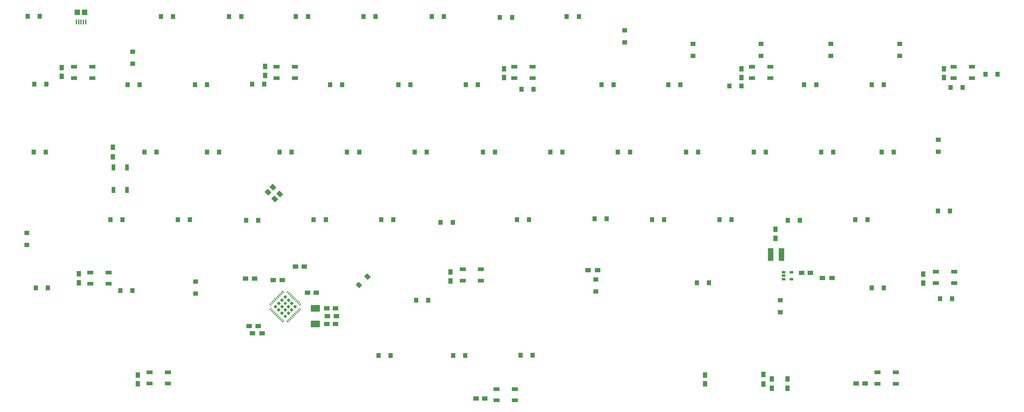
<source format=gbp>
G04 #@! TF.FileFunction,Paste,Bot*
%FSLAX46Y46*%
G04 Gerber Fmt 4.6, Leading zero omitted, Abs format (unit mm)*
G04 Created by KiCad (PCBNEW 4.0.7+dfsg1-1) date Sat Oct 21 15:09:21 2017*
%MOMM*%
%LPD*%
G01*
G04 APERTURE LIST*
%ADD10C,0.100000*%
%ADD11R,1.500000X1.250000*%
%ADD12R,1.250000X1.500000*%
%ADD13R,1.200000X1.400000*%
%ADD14R,1.400000X1.200000*%
%ADD15R,1.500000X3.600000*%
%ADD16R,1.300000X1.500000*%
%ADD17R,1.500000X1.300000*%
%ADD18R,1.651000X1.000000*%
%ADD19R,1.000000X1.700000*%
%ADD20R,1.060000X0.650000*%
%ADD21R,2.500000X1.900000*%
%ADD22R,1.500000X1.500000*%
%ADD23R,0.400000X1.350000*%
G04 APERTURE END LIST*
D10*
G36*
X140300495Y-119648444D02*
X140477272Y-119825221D01*
X139982297Y-120320196D01*
X139805520Y-120143419D01*
X140300495Y-119648444D01*
X140300495Y-119648444D01*
G37*
G36*
X140654048Y-120001997D02*
X140830825Y-120178774D01*
X140335850Y-120673749D01*
X140159073Y-120496972D01*
X140654048Y-120001997D01*
X140654048Y-120001997D01*
G37*
G36*
X141007602Y-120355551D02*
X141184379Y-120532328D01*
X140689404Y-121027303D01*
X140512627Y-120850526D01*
X141007602Y-120355551D01*
X141007602Y-120355551D01*
G37*
G36*
X141361155Y-120709104D02*
X141537932Y-120885881D01*
X141042957Y-121380856D01*
X140866180Y-121204079D01*
X141361155Y-120709104D01*
X141361155Y-120709104D01*
G37*
G36*
X141714709Y-121062658D02*
X141891486Y-121239435D01*
X141396511Y-121734410D01*
X141219734Y-121557633D01*
X141714709Y-121062658D01*
X141714709Y-121062658D01*
G37*
G36*
X142068262Y-121416211D02*
X142245039Y-121592988D01*
X141750064Y-122087963D01*
X141573287Y-121911186D01*
X142068262Y-121416211D01*
X142068262Y-121416211D01*
G37*
G36*
X142421815Y-121769764D02*
X142598592Y-121946541D01*
X142103617Y-122441516D01*
X141926840Y-122264739D01*
X142421815Y-121769764D01*
X142421815Y-121769764D01*
G37*
G36*
X142775369Y-122123318D02*
X142952146Y-122300095D01*
X142457171Y-122795070D01*
X142280394Y-122618293D01*
X142775369Y-122123318D01*
X142775369Y-122123318D01*
G37*
G36*
X143128922Y-122476871D02*
X143305699Y-122653648D01*
X142810724Y-123148623D01*
X142633947Y-122971846D01*
X143128922Y-122476871D01*
X143128922Y-122476871D01*
G37*
G36*
X143482476Y-122830425D02*
X143659253Y-123007202D01*
X143164278Y-123502177D01*
X142987501Y-123325400D01*
X143482476Y-122830425D01*
X143482476Y-122830425D01*
G37*
G36*
X143836029Y-123183978D02*
X144012806Y-123360755D01*
X143517831Y-123855730D01*
X143341054Y-123678953D01*
X143836029Y-123183978D01*
X143836029Y-123183978D01*
G37*
G36*
X144012806Y-124951745D02*
X143836029Y-125128522D01*
X143341054Y-124633547D01*
X143517831Y-124456770D01*
X144012806Y-124951745D01*
X144012806Y-124951745D01*
G37*
G36*
X143659253Y-125305298D02*
X143482476Y-125482075D01*
X142987501Y-124987100D01*
X143164278Y-124810323D01*
X143659253Y-125305298D01*
X143659253Y-125305298D01*
G37*
G36*
X143305699Y-125658852D02*
X143128922Y-125835629D01*
X142633947Y-125340654D01*
X142810724Y-125163877D01*
X143305699Y-125658852D01*
X143305699Y-125658852D01*
G37*
G36*
X142952146Y-126012405D02*
X142775369Y-126189182D01*
X142280394Y-125694207D01*
X142457171Y-125517430D01*
X142952146Y-126012405D01*
X142952146Y-126012405D01*
G37*
G36*
X142598592Y-126365959D02*
X142421815Y-126542736D01*
X141926840Y-126047761D01*
X142103617Y-125870984D01*
X142598592Y-126365959D01*
X142598592Y-126365959D01*
G37*
G36*
X142245039Y-126719512D02*
X142068262Y-126896289D01*
X141573287Y-126401314D01*
X141750064Y-126224537D01*
X142245039Y-126719512D01*
X142245039Y-126719512D01*
G37*
G36*
X141891486Y-127073065D02*
X141714709Y-127249842D01*
X141219734Y-126754867D01*
X141396511Y-126578090D01*
X141891486Y-127073065D01*
X141891486Y-127073065D01*
G37*
G36*
X141537932Y-127426619D02*
X141361155Y-127603396D01*
X140866180Y-127108421D01*
X141042957Y-126931644D01*
X141537932Y-127426619D01*
X141537932Y-127426619D01*
G37*
G36*
X141184379Y-127780172D02*
X141007602Y-127956949D01*
X140512627Y-127461974D01*
X140689404Y-127285197D01*
X141184379Y-127780172D01*
X141184379Y-127780172D01*
G37*
G36*
X140830825Y-128133726D02*
X140654048Y-128310503D01*
X140159073Y-127815528D01*
X140335850Y-127638751D01*
X140830825Y-128133726D01*
X140830825Y-128133726D01*
G37*
G36*
X140477272Y-128487279D02*
X140300495Y-128664056D01*
X139805520Y-128169081D01*
X139982297Y-127992304D01*
X140477272Y-128487279D01*
X140477272Y-128487279D01*
G37*
G36*
X139027703Y-127992304D02*
X139204480Y-128169081D01*
X138709505Y-128664056D01*
X138532728Y-128487279D01*
X139027703Y-127992304D01*
X139027703Y-127992304D01*
G37*
G36*
X138674150Y-127638751D02*
X138850927Y-127815528D01*
X138355952Y-128310503D01*
X138179175Y-128133726D01*
X138674150Y-127638751D01*
X138674150Y-127638751D01*
G37*
G36*
X138320596Y-127285197D02*
X138497373Y-127461974D01*
X138002398Y-127956949D01*
X137825621Y-127780172D01*
X138320596Y-127285197D01*
X138320596Y-127285197D01*
G37*
G36*
X137967043Y-126931644D02*
X138143820Y-127108421D01*
X137648845Y-127603396D01*
X137472068Y-127426619D01*
X137967043Y-126931644D01*
X137967043Y-126931644D01*
G37*
G36*
X137613489Y-126578090D02*
X137790266Y-126754867D01*
X137295291Y-127249842D01*
X137118514Y-127073065D01*
X137613489Y-126578090D01*
X137613489Y-126578090D01*
G37*
G36*
X137259936Y-126224537D02*
X137436713Y-126401314D01*
X136941738Y-126896289D01*
X136764961Y-126719512D01*
X137259936Y-126224537D01*
X137259936Y-126224537D01*
G37*
G36*
X136906383Y-125870984D02*
X137083160Y-126047761D01*
X136588185Y-126542736D01*
X136411408Y-126365959D01*
X136906383Y-125870984D01*
X136906383Y-125870984D01*
G37*
G36*
X136552829Y-125517430D02*
X136729606Y-125694207D01*
X136234631Y-126189182D01*
X136057854Y-126012405D01*
X136552829Y-125517430D01*
X136552829Y-125517430D01*
G37*
G36*
X136199276Y-125163877D02*
X136376053Y-125340654D01*
X135881078Y-125835629D01*
X135704301Y-125658852D01*
X136199276Y-125163877D01*
X136199276Y-125163877D01*
G37*
G36*
X135845722Y-124810323D02*
X136022499Y-124987100D01*
X135527524Y-125482075D01*
X135350747Y-125305298D01*
X135845722Y-124810323D01*
X135845722Y-124810323D01*
G37*
G36*
X135492169Y-124456770D02*
X135668946Y-124633547D01*
X135173971Y-125128522D01*
X134997194Y-124951745D01*
X135492169Y-124456770D01*
X135492169Y-124456770D01*
G37*
G36*
X135668946Y-123678953D02*
X135492169Y-123855730D01*
X134997194Y-123360755D01*
X135173971Y-123183978D01*
X135668946Y-123678953D01*
X135668946Y-123678953D01*
G37*
G36*
X136022499Y-123325400D02*
X135845722Y-123502177D01*
X135350747Y-123007202D01*
X135527524Y-122830425D01*
X136022499Y-123325400D01*
X136022499Y-123325400D01*
G37*
G36*
X136376053Y-122971846D02*
X136199276Y-123148623D01*
X135704301Y-122653648D01*
X135881078Y-122476871D01*
X136376053Y-122971846D01*
X136376053Y-122971846D01*
G37*
G36*
X136729606Y-122618293D02*
X136552829Y-122795070D01*
X136057854Y-122300095D01*
X136234631Y-122123318D01*
X136729606Y-122618293D01*
X136729606Y-122618293D01*
G37*
G36*
X137083160Y-122264739D02*
X136906383Y-122441516D01*
X136411408Y-121946541D01*
X136588185Y-121769764D01*
X137083160Y-122264739D01*
X137083160Y-122264739D01*
G37*
G36*
X137436713Y-121911186D02*
X137259936Y-122087963D01*
X136764961Y-121592988D01*
X136941738Y-121416211D01*
X137436713Y-121911186D01*
X137436713Y-121911186D01*
G37*
G36*
X137790266Y-121557633D02*
X137613489Y-121734410D01*
X137118514Y-121239435D01*
X137295291Y-121062658D01*
X137790266Y-121557633D01*
X137790266Y-121557633D01*
G37*
G36*
X138143820Y-121204079D02*
X137967043Y-121380856D01*
X137472068Y-120885881D01*
X137648845Y-120709104D01*
X138143820Y-121204079D01*
X138143820Y-121204079D01*
G37*
G36*
X138497373Y-120850526D02*
X138320596Y-121027303D01*
X137825621Y-120532328D01*
X138002398Y-120355551D01*
X138497373Y-120850526D01*
X138497373Y-120850526D01*
G37*
G36*
X138850927Y-120496972D02*
X138674150Y-120673749D01*
X138179175Y-120178774D01*
X138355952Y-120001997D01*
X138850927Y-120496972D01*
X138850927Y-120496972D01*
G37*
G36*
X139204480Y-120143419D02*
X139027703Y-120320196D01*
X138532728Y-119825221D01*
X138709505Y-119648444D01*
X139204480Y-120143419D01*
X139204480Y-120143419D01*
G37*
G36*
X139505000Y-126341210D02*
X140051240Y-126887450D01*
X139505000Y-127433690D01*
X138958760Y-126887450D01*
X139505000Y-126341210D01*
X139505000Y-126341210D01*
G37*
G36*
X138594600Y-125430810D02*
X139140840Y-125977050D01*
X138594600Y-126523290D01*
X138048360Y-125977050D01*
X138594600Y-125430810D01*
X138594600Y-125430810D01*
G37*
G36*
X137684200Y-124520410D02*
X138230440Y-125066650D01*
X137684200Y-125612890D01*
X137137960Y-125066650D01*
X137684200Y-124520410D01*
X137684200Y-124520410D01*
G37*
G36*
X136773800Y-123610010D02*
X137320040Y-124156250D01*
X136773800Y-124702490D01*
X136227560Y-124156250D01*
X136773800Y-123610010D01*
X136773800Y-123610010D01*
G37*
G36*
X140415400Y-125430810D02*
X140961640Y-125977050D01*
X140415400Y-126523290D01*
X139869160Y-125977050D01*
X140415400Y-125430810D01*
X140415400Y-125430810D01*
G37*
G36*
X139505000Y-124520410D02*
X140051240Y-125066650D01*
X139505000Y-125612890D01*
X138958760Y-125066650D01*
X139505000Y-124520410D01*
X139505000Y-124520410D01*
G37*
G36*
X138594600Y-123610010D02*
X139140840Y-124156250D01*
X138594600Y-124702490D01*
X138048360Y-124156250D01*
X138594600Y-123610010D01*
X138594600Y-123610010D01*
G37*
G36*
X137684200Y-122699610D02*
X138230440Y-123245850D01*
X137684200Y-123792090D01*
X137137960Y-123245850D01*
X137684200Y-122699610D01*
X137684200Y-122699610D01*
G37*
G36*
X141325800Y-124520410D02*
X141872040Y-125066650D01*
X141325800Y-125612890D01*
X140779560Y-125066650D01*
X141325800Y-124520410D01*
X141325800Y-124520410D01*
G37*
G36*
X140415400Y-123610010D02*
X140961640Y-124156250D01*
X140415400Y-124702490D01*
X139869160Y-124156250D01*
X140415400Y-123610010D01*
X140415400Y-123610010D01*
G37*
G36*
X139505000Y-122699610D02*
X140051240Y-123245850D01*
X139505000Y-123792090D01*
X138958760Y-123245850D01*
X139505000Y-122699610D01*
X139505000Y-122699610D01*
G37*
G36*
X138594600Y-121789210D02*
X139140840Y-122335450D01*
X138594600Y-122881690D01*
X138048360Y-122335450D01*
X138594600Y-121789210D01*
X138594600Y-121789210D01*
G37*
G36*
X142236200Y-123610010D02*
X142782440Y-124156250D01*
X142236200Y-124702490D01*
X141689960Y-124156250D01*
X142236200Y-123610010D01*
X142236200Y-123610010D01*
G37*
G36*
X141325800Y-122699610D02*
X141872040Y-123245850D01*
X141325800Y-123792090D01*
X140779560Y-123245850D01*
X141325800Y-122699610D01*
X141325800Y-122699610D01*
G37*
G36*
X140415400Y-121789210D02*
X140961640Y-122335450D01*
X140415400Y-122881690D01*
X139869160Y-122335450D01*
X140415400Y-121789210D01*
X140415400Y-121789210D01*
G37*
G36*
X139505000Y-120878810D02*
X140051240Y-121425050D01*
X139505000Y-121971290D01*
X138958760Y-121425050D01*
X139505000Y-120878810D01*
X139505000Y-120878810D01*
G37*
D11*
X151163750Y-124656250D03*
X153663750Y-124656250D03*
X151163750Y-129056250D03*
X153663750Y-129056250D03*
X138663750Y-116656250D03*
X136163750Y-116656250D03*
X131855000Y-129656250D03*
X129355000Y-129656250D03*
X153863750Y-126856250D03*
X151363750Y-126856250D03*
X145763750Y-120256250D03*
X148263750Y-120256250D03*
X130863750Y-116256250D03*
X128363750Y-116256250D03*
X142363750Y-112856250D03*
X144863750Y-112856250D03*
D12*
X257605000Y-143406250D03*
X257605000Y-145906250D03*
D11*
X287263750Y-114656250D03*
X284763750Y-114656250D03*
D12*
X277413750Y-102406250D03*
X277413750Y-104906250D03*
X186005000Y-116906250D03*
X186005000Y-114406250D03*
X81445000Y-117431250D03*
X81445000Y-114931250D03*
X76605000Y-59306250D03*
X76605000Y-56806250D03*
X133845000Y-59031250D03*
X133845000Y-56531250D03*
X201045000Y-59631250D03*
X201045000Y-57131250D03*
X267845000Y-59631250D03*
X267845000Y-57131250D03*
X324845000Y-59631250D03*
X324845000Y-57131250D03*
X319005000Y-117506250D03*
X319005000Y-115006250D03*
D11*
X302655000Y-145856250D03*
X300155000Y-145856250D03*
X195655000Y-150056250D03*
X193155000Y-150056250D03*
D12*
X98030000Y-145931250D03*
X98030000Y-143431250D03*
D13*
X66993750Y-42337500D03*
X70393750Y-42337500D03*
X68913750Y-61456250D03*
X72313750Y-61456250D03*
X68705000Y-80656250D03*
X72105000Y-80656250D03*
D14*
X66805000Y-106756250D03*
X66805000Y-103356250D03*
D13*
X72705000Y-118856250D03*
X69305000Y-118856250D03*
X180705000Y-42456250D03*
X184105000Y-42456250D03*
D14*
X96613750Y-55756250D03*
X96613750Y-52356250D03*
D13*
X95105000Y-61656250D03*
X98505000Y-61656250D03*
X99905000Y-80656250D03*
X103305000Y-80656250D03*
X90305000Y-99656250D03*
X93705000Y-99656250D03*
X96513750Y-119656250D03*
X93113750Y-119656250D03*
X104505000Y-42456250D03*
X107905000Y-42456250D03*
X114105000Y-61656250D03*
X117505000Y-61656250D03*
X117513750Y-80656250D03*
X120913750Y-80656250D03*
X109305000Y-99656250D03*
X112705000Y-99656250D03*
D14*
X114245000Y-117081250D03*
X114245000Y-120481250D03*
D13*
X123705000Y-42456250D03*
X127105000Y-42456250D03*
X130205000Y-61456250D03*
X133605000Y-61456250D03*
X137905000Y-80656250D03*
X141305000Y-80656250D03*
X128505000Y-99856250D03*
X131905000Y-99856250D03*
X165730000Y-137956250D03*
X169130000Y-137956250D03*
X142505000Y-42456250D03*
X145905000Y-42456250D03*
X152105000Y-61656250D03*
X155505000Y-61656250D03*
X156905000Y-80656250D03*
X160305000Y-80656250D03*
X147505000Y-99656250D03*
X150905000Y-99656250D03*
X186730000Y-137956250D03*
X190130000Y-137956250D03*
X161505000Y-42456250D03*
X164905000Y-42456250D03*
X171305000Y-61656250D03*
X174705000Y-61656250D03*
X175905000Y-80656250D03*
X179305000Y-80656250D03*
X166505000Y-99656250D03*
X169905000Y-99656250D03*
D10*
G36*
X162686543Y-116573407D02*
X161696593Y-115583457D01*
X162545121Y-114734929D01*
X163535071Y-115724879D01*
X162686543Y-116573407D01*
X162686543Y-116573407D01*
G37*
G36*
X160282379Y-118977571D02*
X159292429Y-117987621D01*
X160140957Y-117139093D01*
X161130907Y-118129043D01*
X160282379Y-118977571D01*
X160282379Y-118977571D01*
G37*
D13*
X190305000Y-61656250D03*
X193705000Y-61656250D03*
X195105000Y-80656250D03*
X198505000Y-80656250D03*
X183230000Y-100456250D03*
X186630000Y-100456250D03*
X176345000Y-122381250D03*
X179745000Y-122381250D03*
X199905000Y-42656250D03*
X203305000Y-42656250D03*
X205955000Y-62956250D03*
X209355000Y-62956250D03*
X214105000Y-80656250D03*
X217505000Y-80656250D03*
X204705000Y-99656250D03*
X208105000Y-99656250D03*
X218705000Y-42456250D03*
X222105000Y-42456250D03*
X228505000Y-61656250D03*
X231905000Y-61656250D03*
X233105000Y-80656250D03*
X236505000Y-80656250D03*
X229913750Y-99456250D03*
X226513750Y-99456250D03*
D14*
X235005000Y-49756250D03*
X235005000Y-46356250D03*
D13*
X247305000Y-61656250D03*
X250705000Y-61656250D03*
X252305000Y-80656250D03*
X255705000Y-80656250D03*
X242705000Y-99656250D03*
X246105000Y-99656250D03*
X336505000Y-58656250D03*
X339905000Y-58656250D03*
D14*
X254205000Y-53556250D03*
X254205000Y-50156250D03*
D13*
X264455000Y-61956250D03*
X267855000Y-61956250D03*
X271305000Y-80656250D03*
X274705000Y-80656250D03*
X261705000Y-99656250D03*
X265105000Y-99656250D03*
X255305000Y-117456250D03*
X258705000Y-117456250D03*
D14*
X273405000Y-53556250D03*
X273405000Y-50156250D03*
D13*
X285505000Y-61656250D03*
X288905000Y-61656250D03*
X290305000Y-80656250D03*
X293705000Y-80656250D03*
X280905000Y-99856250D03*
X284305000Y-99856250D03*
D14*
X278813750Y-125756250D03*
X278813750Y-122356250D03*
D13*
X304505000Y-61656250D03*
X307905000Y-61656250D03*
X307313750Y-80656250D03*
X310713750Y-80656250D03*
X299905000Y-99656250D03*
X303305000Y-99656250D03*
X304505000Y-118856250D03*
X307905000Y-118856250D03*
D14*
X312413750Y-53556250D03*
X312413750Y-50156250D03*
D13*
X326705000Y-62456250D03*
X330105000Y-62456250D03*
D14*
X323213750Y-77156250D03*
X323213750Y-80556250D03*
D13*
X323145000Y-97181250D03*
X326545000Y-97181250D03*
X323705000Y-121956250D03*
X327105000Y-121956250D03*
D14*
X293013750Y-53556250D03*
X293013750Y-50156250D03*
D15*
X279138750Y-109456250D03*
X276088750Y-109456250D03*
D16*
X91005000Y-79306250D03*
X91005000Y-82006250D03*
D17*
X130255000Y-131656250D03*
X132955000Y-131656250D03*
D10*
G36*
X137558293Y-93881555D02*
X136639055Y-94800793D01*
X135578395Y-93740133D01*
X136497633Y-92820895D01*
X137558293Y-93881555D01*
X137558293Y-93881555D01*
G37*
G36*
X135649105Y-91972367D02*
X134729867Y-92891605D01*
X133669207Y-91830945D01*
X134588445Y-90911707D01*
X135649105Y-91972367D01*
X135649105Y-91972367D01*
G37*
G36*
X138949543Y-92481555D02*
X138030305Y-93400793D01*
X136969645Y-92340133D01*
X137888883Y-91420895D01*
X138949543Y-92481555D01*
X138949543Y-92481555D01*
G37*
G36*
X137040355Y-90572367D02*
X136121117Y-91491605D01*
X135060457Y-90430945D01*
X135979695Y-89511707D01*
X137040355Y-90572367D01*
X137040355Y-90572367D01*
G37*
D17*
X293363750Y-116056250D03*
X290663750Y-116056250D03*
X224655000Y-113856250D03*
X227355000Y-113856250D03*
D16*
X280805000Y-147206250D03*
X280805000Y-144506250D03*
X276405000Y-147206250D03*
X276405000Y-144506250D03*
X274005000Y-143306250D03*
X274005000Y-146006250D03*
D18*
X189428000Y-116856250D03*
X194582000Y-116856250D03*
X194582000Y-113656250D03*
X189428000Y-113656250D03*
X84666750Y-117731250D03*
X89820750Y-117731250D03*
X89820750Y-114531250D03*
X84666750Y-114531250D03*
X80078000Y-59806250D03*
X85232000Y-59806250D03*
X85232000Y-56606250D03*
X80078000Y-56606250D03*
X137078000Y-59806250D03*
X142232000Y-59806250D03*
X142232000Y-56606250D03*
X137078000Y-56606250D03*
X203978000Y-59756250D03*
X209132000Y-59756250D03*
X209132000Y-56556250D03*
X203978000Y-56556250D03*
X270828000Y-59806250D03*
X275982000Y-59806250D03*
X275982000Y-56606250D03*
X270828000Y-56606250D03*
X327578000Y-59806250D03*
X332732000Y-59806250D03*
X332732000Y-56606250D03*
X327578000Y-56606250D03*
X322578000Y-117556250D03*
X327732000Y-117556250D03*
X327732000Y-114356250D03*
X322578000Y-114356250D03*
X306153000Y-145881250D03*
X311307000Y-145881250D03*
X311307000Y-142681250D03*
X306153000Y-142681250D03*
X198966750Y-150593750D03*
X204120750Y-150593750D03*
X204120750Y-147393750D03*
X198966750Y-147393750D03*
X101328000Y-145856250D03*
X106482000Y-145856250D03*
X106482000Y-142656250D03*
X101328000Y-142656250D03*
D19*
X94956250Y-91281250D03*
X94956250Y-84981250D03*
X91156250Y-91281250D03*
X91156250Y-84981250D03*
D20*
X279713750Y-116406250D03*
X279713750Y-115456250D03*
X279713750Y-114506250D03*
X281913750Y-114506250D03*
X281913750Y-116406250D03*
D14*
X226845000Y-116481250D03*
X226845000Y-119881250D03*
D13*
X205705000Y-137856250D03*
X209105000Y-137856250D03*
D21*
X148013750Y-124656250D03*
X148013750Y-129056250D03*
D22*
X83045000Y-41281250D03*
D23*
X82045000Y-43981250D03*
X82695000Y-43981250D03*
X83345000Y-43981250D03*
X81395000Y-43981250D03*
X80745000Y-43981250D03*
D22*
X81045000Y-41281250D03*
M02*

</source>
